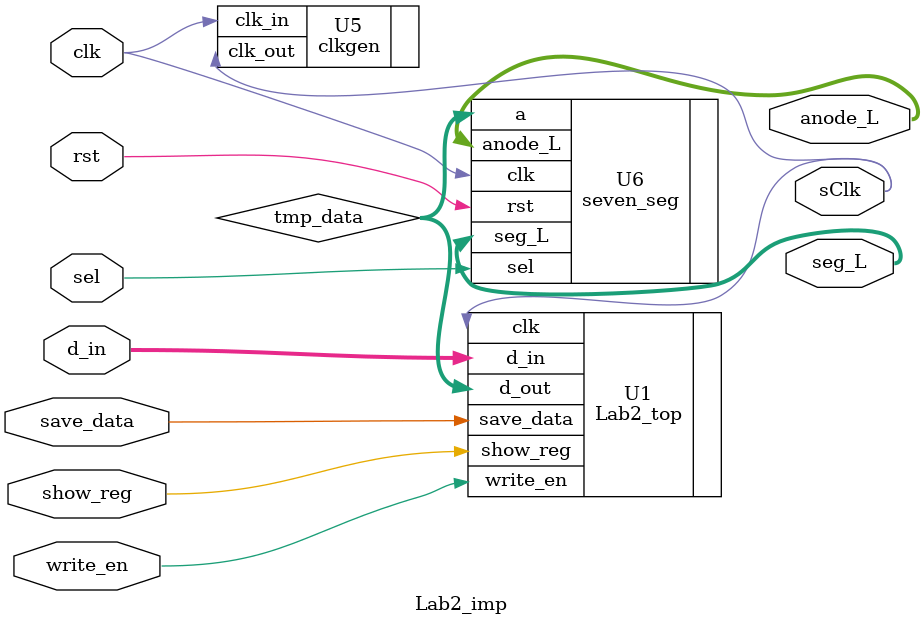
<source format=v>
`timescale 1ns / 1ps


module Lab2_imp(input clk, rst, write_en, save_data, show_reg, sel,
                input [7:0] d_in, 
                output sClk,
				output [3:0] anode_L,
				output [6:0] seg_L);
	 
	 wire [7:0] tmp_data;

	 // Instantiate your Lab2_top module here. Connect d_out to tmp_data.
	 Lab2_top U1 (
	     .clk(sClk),        
	     .write_en(write_en),
	     .save_data(save_data),
	     .show_reg(show_reg),
	     .d_in(d_in),
	     .d_out(tmp_data)
	 );

	 clkgen   U5 (.clk_in(clk), .clk_out(sClk));
	 seven_seg U6 (.a(tmp_data), .clk(clk), .rst(rst), .sel(sel), .anode_L(anode_L), .seg_L(seg_L));

endmodule


</source>
